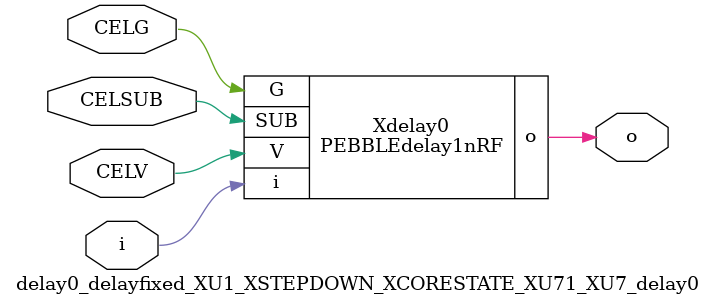
<source format=v>



module PEBBLEdelay1nRF ( o, V, G, i, SUB );

  input V;
  input i;
  input G;
  output o;
  input SUB;
endmodule

//Celera Confidential Do Not Copy delay0_delayfixed_XU1_XSTEPDOWN_XCORESTATE_XU71_XU7_delay0
//TYPE: fixed 1ns
module delay0_delayfixed_XU1_XSTEPDOWN_XCORESTATE_XU71_XU7_delay0 (i, CELV, o,
CELG,CELSUB);
input CELV;
input i;
output o;
input CELSUB;
input CELG;

//Celera Confidential Do Not Copy delayfast0
PEBBLEdelay1nRF Xdelay0(
.V (CELV),
.i (i),
.o (o),
.G (CELG),
.SUB (CELSUB)
);
//,diesize,PEBBLEdelay1nRF

//Celera Confidential Do Not Copy Module End
//Celera Schematic Generator
endmodule

</source>
